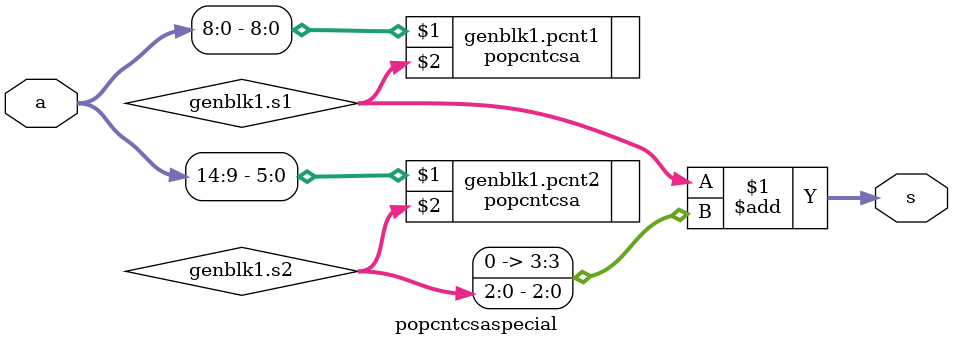
<source format=sv>
module popcntcsaspecial #(parameter WIDTH = 15) (
  input logic  [WIDTH-1:0]            a,    // number to count total ones
  output logic [$clog2(WIDTH)-1:0]  s  // the total number of ones
);
if (WIDTH == 15) begin
  logic [3:0] s1;
  logic [2:0] s2;

  popcntcsa #(9) pcnt1(a[8:0], s1);
  popcntcsa #(6) pcnt2(a[14:9],s2);
  assign s = {s1+{1'b0,s2}};
end
else if (WIDTH == 32) begin
  /*logic [3:0] s1;
  logic [3:0] s2;
  logic [3:0] s3;
  logic [2:0] s4;

  popcntcsa #(9) pcnt1(a[8:0], s1);
  popcntcsa #(9) pcnt2(a[17:9],s2);
  popcntcsa #(9) pcnt3(a[26:18],s3);
  popcntcsa #(5) pcnt4(a[31:27],s4);
  assign s = s1+s2+s3+s4;*/
  /*logic [4:0] s1;
  popcntcsa #(30) pcnt1(a[29:0],s1);
  assign s=s1+a[30]+a[31];*/
  /*
  logic [2:0] s1;
  logic [2:0] s2;
  logic [2:0] s3;
  logic [2:0] s4;
  logic [2:0] s5;

  popcntcsa #(6) pcnt1(a[5:0],s1);
  popcntcsa #(6) pcnt2(a[11:6],s2);
  popcntcsa #(6) pcnt3(a[17:12],s3);
  popcntcsa #(6) pcnt4(a[23:18],s4);
  popcntcsa #(6) pcnt5(a[29:24],s5);


  assign s = s1+s2+s3+s4+s5+{2'b0,a[30]}+{2'b0,a[31]};
  */
  /*
  logic [3:0] s1;
  logic [3:0] s2;
  logic [2:0] s3;
  logic [2:0] s4;
  popcntcsa #(9) pcnt1(a[8:0], s1);
  popcntcsa #(9) pcnt2(a[17:9], s2);
  popcntcsa #(6) pcnt3(a[23:18], s3);
  popcntcsa #(6) pcnt4(a[29:24], s4);
  
  assign s = s1+s2+{1'b0,s3}+{1'b0,s4}+{3'b0,a[30]}+{3'b0,a[31]};*/
 /*
  logic [3:0] s1,s2;
  popcntcsa #(15) pcnt1(a[14:0], s1);
  popcntcsa #(15) pcnt2(a[29:15],s2);
  assign s = s1+s2+a[30]+a[31];*/
/*
  logic [4:0] s1;
  logic [3:0] s2;

  popcntcsa #(17) pcnt1(a[16:0],s1);
  popcntcsa #(15) pcnt2(a[31:17],s2);
  assign s = s1+s2;
  */
  logic [4:0] s1;
  logic [3:0] s2;

  popcntcsa #(18) pcnt1(a[17:0],s1);
  popcntcsa #(14) pcnt2(a[31:18],s2);
  assign s = s1+s2;
  
end else begin
  logic [5:0] s1;
  logic [5:0] s2;
  popcntcsa #(27) pcnt1(a[26:0],s1);
  popcntcsa #(27) pcnt2(a[53:27],s2);
  assign s = s1+s2+a[54]+a[55]+a[56]+a[57]+a[58]+a[59]+a[60]+a[61]+a[62]+a[63];
end


endmodule
</source>
